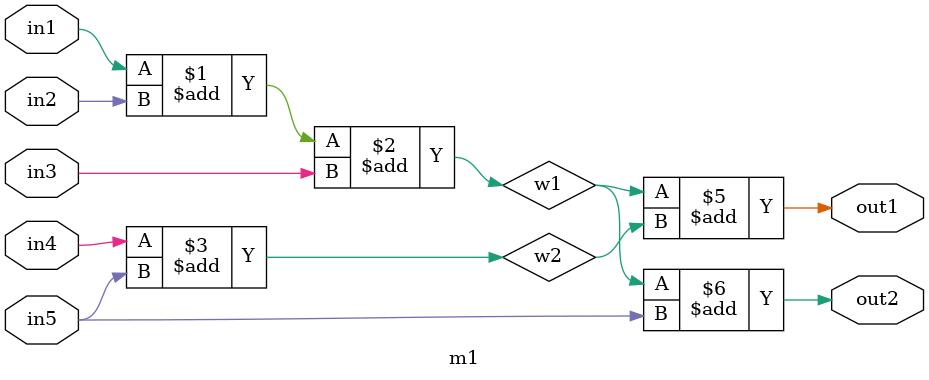
<source format=v>
module m1(input in1,in2,in3,in4,in5, output out1,out2);
	wire w1,w2,w3;     
	assign w1 = in1 + in2 + in3;
     	assign w2 = in4 + in5;
	assign w3 = in2 + in3;
	assign out1 = w1 + w2;
	assign out2 = w1 + in5;
endmodule

</source>
